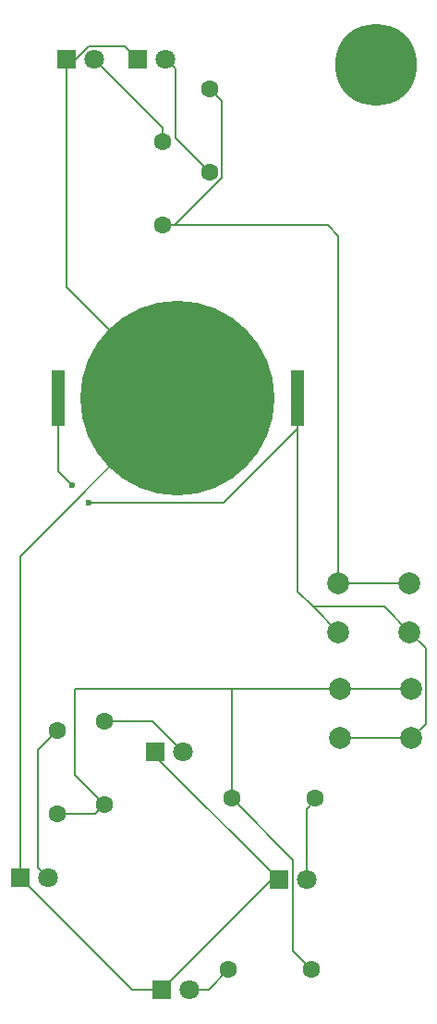
<source format=gbr>
%TF.GenerationSoftware,KiCad,Pcbnew,9.0.2*%
%TF.CreationDate,2025-07-01T09:30:54-07:00*%
%TF.ProjectId,solder,736f6c64-6572-42e6-9b69-6361645f7063,rev?*%
%TF.SameCoordinates,Original*%
%TF.FileFunction,Copper,L2,Bot*%
%TF.FilePolarity,Positive*%
%FSLAX46Y46*%
G04 Gerber Fmt 4.6, Leading zero omitted, Abs format (unit mm)*
G04 Created by KiCad (PCBNEW 9.0.2) date 2025-07-01 09:30:54*
%MOMM*%
%LPD*%
G01*
G04 APERTURE LIST*
%TA.AperFunction,ComponentPad*%
%ADD10C,2.000000*%
%TD*%
%TA.AperFunction,ComponentPad*%
%ADD11R,1.800000X1.800000*%
%TD*%
%TA.AperFunction,ComponentPad*%
%ADD12C,1.800000*%
%TD*%
%TA.AperFunction,ComponentPad*%
%ADD13C,1.600000*%
%TD*%
%TA.AperFunction,SMDPad,CuDef*%
%ADD14R,1.270000X5.080000*%
%TD*%
%TA.AperFunction,SMDPad,CuDef*%
%ADD15C,17.800000*%
%TD*%
%TA.AperFunction,ViaPad*%
%ADD16C,7.500000*%
%TD*%
%TA.AperFunction,ViaPad*%
%ADD17C,0.600000*%
%TD*%
%TA.AperFunction,Conductor*%
%ADD18C,0.200000*%
%TD*%
G04 APERTURE END LIST*
D10*
%TO.P,SW1,1,1*%
%TO.N,Net-(R10-Pad1)*%
X153435000Y-94950000D03*
X159935000Y-94950000D03*
%TO.P,SW1,2,2*%
%TO.N,Net-(BT1-+)*%
X153435000Y-99450000D03*
X159935000Y-99450000D03*
%TD*%
D11*
%TO.P,D4,1,K*%
%TO.N,Net-(BT1--)*%
X124270000Y-121880000D03*
D12*
%TO.P,D4,2,A*%
%TO.N,Net-(D4-A)*%
X126810000Y-121880000D03*
%TD*%
D11*
%TO.P,D6,1,K*%
%TO.N,Net-(BT1--)*%
X147955000Y-122070000D03*
D12*
%TO.P,D6,2,A*%
%TO.N,Net-(D6-A)*%
X150495000Y-122070000D03*
%TD*%
D11*
%TO.P,D2,1,K*%
%TO.N,Net-(BT1--)*%
X135035567Y-47032545D03*
D12*
%TO.P,D2,2,A*%
%TO.N,Net-(D2-A)*%
X137575567Y-47032545D03*
%TD*%
D10*
%TO.P,SW2,1,1*%
%TO.N,Net-(R1-Pad2)*%
X153585000Y-104650000D03*
X160085000Y-104650000D03*
%TO.P,SW2,2,2*%
%TO.N,Net-(BT1-+)*%
X153585000Y-109150000D03*
X160085000Y-109150000D03*
%TD*%
D11*
%TO.P,D5,1,K*%
%TO.N,Net-(BT1--)*%
X137220000Y-132150000D03*
D12*
%TO.P,D5,2,A*%
%TO.N,Net-(D5-A)*%
X139760000Y-132150000D03*
%TD*%
D11*
%TO.P,D3,1,K*%
%TO.N,Net-(BT1--)*%
X136660000Y-110430000D03*
D12*
%TO.P,D3,2,A*%
%TO.N,Net-(D3-A)*%
X139200000Y-110430000D03*
%TD*%
D11*
%TO.P,D1,1,K*%
%TO.N,Net-(BT1--)*%
X128502285Y-47077420D03*
D12*
%TO.P,D1,2,A*%
%TO.N,Net-(D1-A)*%
X131042285Y-47077420D03*
%TD*%
D13*
%TO.P,R9,1*%
%TO.N,Net-(R10-Pad1)*%
X137330567Y-62242545D03*
%TO.P,R9,2*%
%TO.N,Net-(D1-A)*%
X137330567Y-54622545D03*
%TD*%
D14*
%TO.P,BT1,1,+*%
%TO.N,Net-(BT1-+)*%
X149688829Y-78073649D03*
X127718829Y-78073649D03*
D15*
%TO.P,BT1,2,-*%
%TO.N,Net-(BT1--)*%
X138703829Y-78073649D03*
%TD*%
D13*
%TO.P,R3,1*%
%TO.N,Net-(D5-A)*%
X143360000Y-130320000D03*
%TO.P,R3,2*%
%TO.N,Net-(R1-Pad2)*%
X150980000Y-130320000D03*
%TD*%
%TO.P,R2,1*%
%TO.N,Net-(D4-A)*%
X127650000Y-108460000D03*
%TO.P,R2,2*%
%TO.N,Net-(R1-Pad2)*%
X127650000Y-116080000D03*
%TD*%
%TO.P,R1,1*%
%TO.N,Net-(D3-A)*%
X132020000Y-107600000D03*
%TO.P,R1,2*%
%TO.N,Net-(R1-Pad2)*%
X132020000Y-115220000D03*
%TD*%
%TO.P,R10,1*%
%TO.N,Net-(R10-Pad1)*%
X141640567Y-49802545D03*
%TO.P,R10,2*%
%TO.N,Net-(D2-A)*%
X141640567Y-57422545D03*
%TD*%
%TO.P,R4,1*%
%TO.N,Net-(D6-A)*%
X151300000Y-114660000D03*
%TO.P,R4,2*%
%TO.N,Net-(R1-Pad2)*%
X143680000Y-114660000D03*
%TD*%
D16*
%TO.N,*%
X156870000Y-47570000D03*
D17*
%TO.N,Net-(BT1-+)*%
X129050000Y-86040000D03*
X130580000Y-87610000D03*
%TD*%
D18*
%TO.N,Net-(BT1--)*%
X128502285Y-49220000D02*
X128502285Y-47077420D01*
X135035567Y-47032545D02*
X133879442Y-45876420D01*
X128502285Y-47918949D02*
X128502285Y-49220000D01*
X133879442Y-45876420D02*
X130544814Y-45876420D01*
X130544814Y-45876420D02*
X128502285Y-47918949D01*
%TO.N,Net-(BT1-+)*%
X149688829Y-76046470D02*
X149688829Y-78073649D01*
X149688829Y-80813649D02*
X149688829Y-78073649D01*
X161420000Y-107815000D02*
X161420000Y-100935000D01*
X127718829Y-78073649D02*
X127718829Y-76046470D01*
X127718829Y-84708829D02*
X129050000Y-86040000D01*
X160085000Y-109150000D02*
X161420000Y-107815000D01*
X159935000Y-99450000D02*
X157617500Y-97132500D01*
X153585000Y-109150000D02*
X160085000Y-109150000D01*
X153435000Y-99450000D02*
X151117500Y-97132500D01*
X151117500Y-97132500D02*
X149688829Y-95703829D01*
X149688829Y-95703829D02*
X149688829Y-78073649D01*
X161420000Y-100935000D02*
X159935000Y-99450000D01*
X157617500Y-97132500D02*
X151117500Y-97132500D01*
X130580000Y-87610000D02*
X142892478Y-87610000D01*
X142892478Y-87610000D02*
X149688829Y-80813649D01*
X127718829Y-78073649D02*
X127718829Y-84708829D01*
%TO.N,Net-(BT1--)*%
X138703829Y-78073649D02*
X124270000Y-92507478D01*
X128502285Y-67872105D02*
X128502285Y-49220000D01*
X136660000Y-110430000D02*
X136660000Y-110775000D01*
X136660000Y-110775000D02*
X147955000Y-122070000D01*
X124270000Y-92507478D02*
X124270000Y-121880000D01*
X147955000Y-122070000D02*
X147300000Y-122070000D01*
X138703829Y-78073649D02*
X128502285Y-67872105D01*
X134540000Y-132150000D02*
X137220000Y-132150000D01*
X147300000Y-122070000D02*
X137220000Y-132150000D01*
X124270000Y-121880000D02*
X134540000Y-132150000D01*
%TO.N,Net-(D1-A)*%
X137330567Y-53365702D02*
X131042285Y-47077420D01*
X137330567Y-54622545D02*
X137330567Y-53365702D01*
%TO.N,Net-(D2-A)*%
X138475567Y-54257545D02*
X141640567Y-57422545D01*
X138475567Y-47932545D02*
X138475567Y-54257545D01*
X137575567Y-47032545D02*
X138475567Y-47932545D01*
%TO.N,Net-(D3-A)*%
X132020000Y-107600000D02*
X136370000Y-107600000D01*
X136370000Y-107600000D02*
X139200000Y-110430000D01*
%TO.N,Net-(D4-A)*%
X127650000Y-108460000D02*
X125910000Y-110200000D01*
X125910000Y-120980000D02*
X126810000Y-121880000D01*
X125910000Y-110200000D02*
X125910000Y-120980000D01*
%TO.N,Net-(D5-A)*%
X139760000Y-132150000D02*
X141530000Y-132150000D01*
X141530000Y-132150000D02*
X143360000Y-130320000D01*
%TO.N,Net-(D6-A)*%
X151300000Y-114660000D02*
X151300000Y-114810000D01*
X151300000Y-114810000D02*
X150495000Y-115615000D01*
X150495000Y-115615000D02*
X150495000Y-122070000D01*
%TO.N,Net-(R1-Pad2)*%
X131160000Y-116080000D02*
X132020000Y-115220000D01*
X143650000Y-104650000D02*
X143450000Y-104650000D01*
X127650000Y-116080000D02*
X131160000Y-116080000D01*
X132020000Y-115220000D02*
X129270000Y-112470000D01*
X143680000Y-104680000D02*
X143650000Y-104650000D01*
X143680000Y-114660000D02*
X143680000Y-104680000D01*
X150980000Y-130320000D02*
X149294000Y-128634000D01*
X149294000Y-128634000D02*
X149294000Y-120274000D01*
X153585000Y-104650000D02*
X143650000Y-104650000D01*
X160085000Y-104650000D02*
X153585000Y-104650000D01*
X149294000Y-120274000D02*
X143680000Y-114660000D01*
X143450000Y-104650000D02*
X129270000Y-104650000D01*
X129270000Y-112470000D02*
X129270000Y-104650000D01*
%TO.N,Net-(R10-Pad1)*%
X152432545Y-62242545D02*
X137330567Y-62242545D01*
X142741567Y-50903545D02*
X142741567Y-57878595D01*
X142741567Y-57878595D02*
X138377617Y-62242545D01*
X159935000Y-94950000D02*
X153435000Y-94950000D01*
X153435000Y-94950000D02*
X153435000Y-63245000D01*
X141640567Y-49802545D02*
X142741567Y-50903545D01*
X138377617Y-62242545D02*
X137330567Y-62242545D01*
X153435000Y-63245000D02*
X152432545Y-62242545D01*
%TD*%
M02*

</source>
